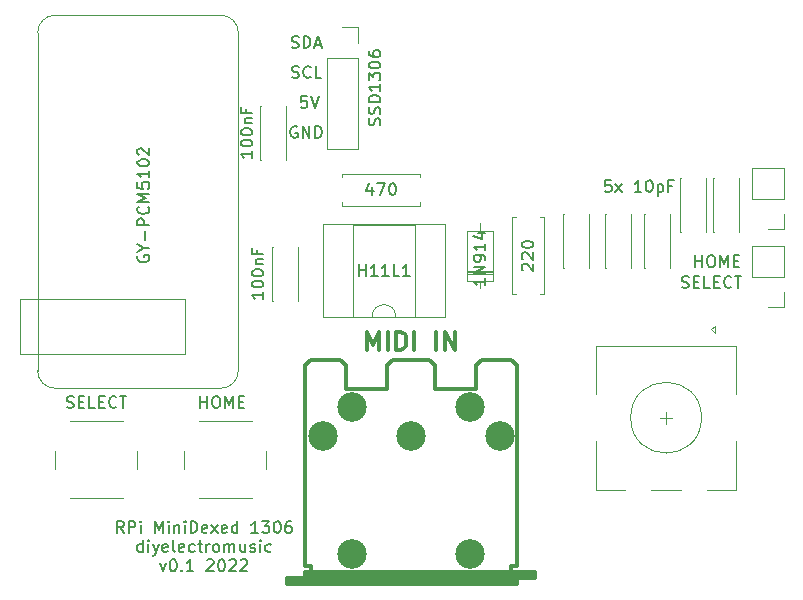
<source format=gto>
G04 #@! TF.GenerationSoftware,KiCad,Pcbnew,(6.0.5)*
G04 #@! TF.CreationDate,2022-07-27T19:44:20+01:00*
G04 #@! TF.ProjectId,RPi-MiniDexed-IOBoard,5250692d-4d69-46e6-9944-657865642d49,rev?*
G04 #@! TF.SameCoordinates,Original*
G04 #@! TF.FileFunction,Legend,Top*
G04 #@! TF.FilePolarity,Positive*
%FSLAX46Y46*%
G04 Gerber Fmt 4.6, Leading zero omitted, Abs format (unit mm)*
G04 Created by KiCad (PCBNEW (6.0.5)) date 2022-07-27 19:44:20*
%MOMM*%
%LPD*%
G01*
G04 APERTURE LIST*
%ADD10C,0.150000*%
%ADD11C,0.304800*%
%ADD12C,0.120000*%
%ADD13C,2.499360*%
G04 APERTURE END LIST*
D10*
X249435047Y-115670380D02*
X248958857Y-115670380D01*
X248911238Y-116146571D01*
X248958857Y-116098952D01*
X249054095Y-116051333D01*
X249292190Y-116051333D01*
X249387428Y-116098952D01*
X249435047Y-116146571D01*
X249482666Y-116241809D01*
X249482666Y-116479904D01*
X249435047Y-116575142D01*
X249387428Y-116622761D01*
X249292190Y-116670380D01*
X249054095Y-116670380D01*
X248958857Y-116622761D01*
X248911238Y-116575142D01*
X249816000Y-116670380D02*
X250339809Y-116003714D01*
X249816000Y-116003714D02*
X250339809Y-116670380D01*
X252006476Y-116670380D02*
X251435047Y-116670380D01*
X251720761Y-116670380D02*
X251720761Y-115670380D01*
X251625523Y-115813238D01*
X251530285Y-115908476D01*
X251435047Y-115956095D01*
X252625523Y-115670380D02*
X252720761Y-115670380D01*
X252816000Y-115718000D01*
X252863619Y-115765619D01*
X252911238Y-115860857D01*
X252958857Y-116051333D01*
X252958857Y-116289428D01*
X252911238Y-116479904D01*
X252863619Y-116575142D01*
X252816000Y-116622761D01*
X252720761Y-116670380D01*
X252625523Y-116670380D01*
X252530285Y-116622761D01*
X252482666Y-116575142D01*
X252435047Y-116479904D01*
X252387428Y-116289428D01*
X252387428Y-116051333D01*
X252435047Y-115860857D01*
X252482666Y-115765619D01*
X252530285Y-115718000D01*
X252625523Y-115670380D01*
X253387428Y-116003714D02*
X253387428Y-117003714D01*
X253387428Y-116051333D02*
X253482666Y-116003714D01*
X253673142Y-116003714D01*
X253768380Y-116051333D01*
X253816000Y-116098952D01*
X253863619Y-116194190D01*
X253863619Y-116479904D01*
X253816000Y-116575142D01*
X253768380Y-116622761D01*
X253673142Y-116670380D01*
X253482666Y-116670380D01*
X253387428Y-116622761D01*
X254625523Y-116146571D02*
X254292190Y-116146571D01*
X254292190Y-116670380D02*
X254292190Y-115670380D01*
X254768380Y-115670380D01*
X222860095Y-111146000D02*
X222764857Y-111098380D01*
X222622000Y-111098380D01*
X222479142Y-111146000D01*
X222383904Y-111241238D01*
X222336285Y-111336476D01*
X222288666Y-111526952D01*
X222288666Y-111669809D01*
X222336285Y-111860285D01*
X222383904Y-111955523D01*
X222479142Y-112050761D01*
X222622000Y-112098380D01*
X222717238Y-112098380D01*
X222860095Y-112050761D01*
X222907714Y-112003142D01*
X222907714Y-111669809D01*
X222717238Y-111669809D01*
X223336285Y-112098380D02*
X223336285Y-111098380D01*
X223907714Y-112098380D01*
X223907714Y-111098380D01*
X224383904Y-112098380D02*
X224383904Y-111098380D01*
X224622000Y-111098380D01*
X224764857Y-111146000D01*
X224860095Y-111241238D01*
X224907714Y-111336476D01*
X224955333Y-111526952D01*
X224955333Y-111669809D01*
X224907714Y-111860285D01*
X224860095Y-111955523D01*
X224764857Y-112050761D01*
X224622000Y-112098380D01*
X224383904Y-112098380D01*
X223685523Y-108558380D02*
X223209333Y-108558380D01*
X223161714Y-109034571D01*
X223209333Y-108986952D01*
X223304571Y-108939333D01*
X223542666Y-108939333D01*
X223637904Y-108986952D01*
X223685523Y-109034571D01*
X223733142Y-109129809D01*
X223733142Y-109367904D01*
X223685523Y-109463142D01*
X223637904Y-109510761D01*
X223542666Y-109558380D01*
X223304571Y-109558380D01*
X223209333Y-109510761D01*
X223161714Y-109463142D01*
X224018857Y-108558380D02*
X224352190Y-109558380D01*
X224685523Y-108558380D01*
X222431523Y-106970761D02*
X222574380Y-107018380D01*
X222812476Y-107018380D01*
X222907714Y-106970761D01*
X222955333Y-106923142D01*
X223002952Y-106827904D01*
X223002952Y-106732666D01*
X222955333Y-106637428D01*
X222907714Y-106589809D01*
X222812476Y-106542190D01*
X222622000Y-106494571D01*
X222526761Y-106446952D01*
X222479142Y-106399333D01*
X222431523Y-106304095D01*
X222431523Y-106208857D01*
X222479142Y-106113619D01*
X222526761Y-106066000D01*
X222622000Y-106018380D01*
X222860095Y-106018380D01*
X223002952Y-106066000D01*
X224002952Y-106923142D02*
X223955333Y-106970761D01*
X223812476Y-107018380D01*
X223717238Y-107018380D01*
X223574380Y-106970761D01*
X223479142Y-106875523D01*
X223431523Y-106780285D01*
X223383904Y-106589809D01*
X223383904Y-106446952D01*
X223431523Y-106256476D01*
X223479142Y-106161238D01*
X223574380Y-106066000D01*
X223717238Y-106018380D01*
X223812476Y-106018380D01*
X223955333Y-106066000D01*
X224002952Y-106113619D01*
X224907714Y-107018380D02*
X224431523Y-107018380D01*
X224431523Y-106018380D01*
X222407714Y-104430761D02*
X222550571Y-104478380D01*
X222788666Y-104478380D01*
X222883904Y-104430761D01*
X222931523Y-104383142D01*
X222979142Y-104287904D01*
X222979142Y-104192666D01*
X222931523Y-104097428D01*
X222883904Y-104049809D01*
X222788666Y-104002190D01*
X222598190Y-103954571D01*
X222502952Y-103906952D01*
X222455333Y-103859333D01*
X222407714Y-103764095D01*
X222407714Y-103668857D01*
X222455333Y-103573619D01*
X222502952Y-103526000D01*
X222598190Y-103478380D01*
X222836285Y-103478380D01*
X222979142Y-103526000D01*
X223407714Y-104478380D02*
X223407714Y-103478380D01*
X223645809Y-103478380D01*
X223788666Y-103526000D01*
X223883904Y-103621238D01*
X223931523Y-103716476D01*
X223979142Y-103906952D01*
X223979142Y-104049809D01*
X223931523Y-104240285D01*
X223883904Y-104335523D01*
X223788666Y-104430761D01*
X223645809Y-104478380D01*
X223407714Y-104478380D01*
X224360095Y-104192666D02*
X224836285Y-104192666D01*
X224264857Y-104478380D02*
X224598190Y-103478380D01*
X224931523Y-104478380D01*
X208176476Y-145540380D02*
X207843142Y-145064190D01*
X207605047Y-145540380D02*
X207605047Y-144540380D01*
X207986000Y-144540380D01*
X208081238Y-144588000D01*
X208128857Y-144635619D01*
X208176476Y-144730857D01*
X208176476Y-144873714D01*
X208128857Y-144968952D01*
X208081238Y-145016571D01*
X207986000Y-145064190D01*
X207605047Y-145064190D01*
X208605047Y-145540380D02*
X208605047Y-144540380D01*
X208986000Y-144540380D01*
X209081238Y-144588000D01*
X209128857Y-144635619D01*
X209176476Y-144730857D01*
X209176476Y-144873714D01*
X209128857Y-144968952D01*
X209081238Y-145016571D01*
X208986000Y-145064190D01*
X208605047Y-145064190D01*
X209605047Y-145540380D02*
X209605047Y-144873714D01*
X209605047Y-144540380D02*
X209557428Y-144588000D01*
X209605047Y-144635619D01*
X209652666Y-144588000D01*
X209605047Y-144540380D01*
X209605047Y-144635619D01*
X210843142Y-145540380D02*
X210843142Y-144540380D01*
X211176476Y-145254666D01*
X211509809Y-144540380D01*
X211509809Y-145540380D01*
X211986000Y-145540380D02*
X211986000Y-144873714D01*
X211986000Y-144540380D02*
X211938380Y-144588000D01*
X211986000Y-144635619D01*
X212033619Y-144588000D01*
X211986000Y-144540380D01*
X211986000Y-144635619D01*
X212462190Y-144873714D02*
X212462190Y-145540380D01*
X212462190Y-144968952D02*
X212509809Y-144921333D01*
X212605047Y-144873714D01*
X212747904Y-144873714D01*
X212843142Y-144921333D01*
X212890761Y-145016571D01*
X212890761Y-145540380D01*
X213366952Y-145540380D02*
X213366952Y-144873714D01*
X213366952Y-144540380D02*
X213319333Y-144588000D01*
X213366952Y-144635619D01*
X213414571Y-144588000D01*
X213366952Y-144540380D01*
X213366952Y-144635619D01*
X213843142Y-145540380D02*
X213843142Y-144540380D01*
X214081238Y-144540380D01*
X214224095Y-144588000D01*
X214319333Y-144683238D01*
X214366952Y-144778476D01*
X214414571Y-144968952D01*
X214414571Y-145111809D01*
X214366952Y-145302285D01*
X214319333Y-145397523D01*
X214224095Y-145492761D01*
X214081238Y-145540380D01*
X213843142Y-145540380D01*
X215224095Y-145492761D02*
X215128857Y-145540380D01*
X214938380Y-145540380D01*
X214843142Y-145492761D01*
X214795523Y-145397523D01*
X214795523Y-145016571D01*
X214843142Y-144921333D01*
X214938380Y-144873714D01*
X215128857Y-144873714D01*
X215224095Y-144921333D01*
X215271714Y-145016571D01*
X215271714Y-145111809D01*
X214795523Y-145207047D01*
X215605047Y-145540380D02*
X216128857Y-144873714D01*
X215605047Y-144873714D02*
X216128857Y-145540380D01*
X216890761Y-145492761D02*
X216795523Y-145540380D01*
X216605047Y-145540380D01*
X216509809Y-145492761D01*
X216462190Y-145397523D01*
X216462190Y-145016571D01*
X216509809Y-144921333D01*
X216605047Y-144873714D01*
X216795523Y-144873714D01*
X216890761Y-144921333D01*
X216938380Y-145016571D01*
X216938380Y-145111809D01*
X216462190Y-145207047D01*
X217795523Y-145540380D02*
X217795523Y-144540380D01*
X217795523Y-145492761D02*
X217700285Y-145540380D01*
X217509809Y-145540380D01*
X217414571Y-145492761D01*
X217366952Y-145445142D01*
X217319333Y-145349904D01*
X217319333Y-145064190D01*
X217366952Y-144968952D01*
X217414571Y-144921333D01*
X217509809Y-144873714D01*
X217700285Y-144873714D01*
X217795523Y-144921333D01*
X219557428Y-145540380D02*
X218986000Y-145540380D01*
X219271714Y-145540380D02*
X219271714Y-144540380D01*
X219176476Y-144683238D01*
X219081238Y-144778476D01*
X218986000Y-144826095D01*
X219890761Y-144540380D02*
X220509809Y-144540380D01*
X220176476Y-144921333D01*
X220319333Y-144921333D01*
X220414571Y-144968952D01*
X220462190Y-145016571D01*
X220509809Y-145111809D01*
X220509809Y-145349904D01*
X220462190Y-145445142D01*
X220414571Y-145492761D01*
X220319333Y-145540380D01*
X220033619Y-145540380D01*
X219938380Y-145492761D01*
X219890761Y-145445142D01*
X221128857Y-144540380D02*
X221224095Y-144540380D01*
X221319333Y-144588000D01*
X221366952Y-144635619D01*
X221414571Y-144730857D01*
X221462190Y-144921333D01*
X221462190Y-145159428D01*
X221414571Y-145349904D01*
X221366952Y-145445142D01*
X221319333Y-145492761D01*
X221224095Y-145540380D01*
X221128857Y-145540380D01*
X221033619Y-145492761D01*
X220986000Y-145445142D01*
X220938380Y-145349904D01*
X220890761Y-145159428D01*
X220890761Y-144921333D01*
X220938380Y-144730857D01*
X220986000Y-144635619D01*
X221033619Y-144588000D01*
X221128857Y-144540380D01*
X222319333Y-144540380D02*
X222128857Y-144540380D01*
X222033619Y-144588000D01*
X221986000Y-144635619D01*
X221890761Y-144778476D01*
X221843142Y-144968952D01*
X221843142Y-145349904D01*
X221890761Y-145445142D01*
X221938380Y-145492761D01*
X222033619Y-145540380D01*
X222224095Y-145540380D01*
X222319333Y-145492761D01*
X222366952Y-145445142D01*
X222414571Y-145349904D01*
X222414571Y-145111809D01*
X222366952Y-145016571D01*
X222319333Y-144968952D01*
X222224095Y-144921333D01*
X222033619Y-144921333D01*
X221938380Y-144968952D01*
X221890761Y-145016571D01*
X221843142Y-145111809D01*
X209795523Y-147150380D02*
X209795523Y-146150380D01*
X209795523Y-147102761D02*
X209700285Y-147150380D01*
X209509809Y-147150380D01*
X209414571Y-147102761D01*
X209366952Y-147055142D01*
X209319333Y-146959904D01*
X209319333Y-146674190D01*
X209366952Y-146578952D01*
X209414571Y-146531333D01*
X209509809Y-146483714D01*
X209700285Y-146483714D01*
X209795523Y-146531333D01*
X210271714Y-147150380D02*
X210271714Y-146483714D01*
X210271714Y-146150380D02*
X210224095Y-146198000D01*
X210271714Y-146245619D01*
X210319333Y-146198000D01*
X210271714Y-146150380D01*
X210271714Y-146245619D01*
X210652666Y-146483714D02*
X210890761Y-147150380D01*
X211128857Y-146483714D02*
X210890761Y-147150380D01*
X210795523Y-147388476D01*
X210747904Y-147436095D01*
X210652666Y-147483714D01*
X211890761Y-147102761D02*
X211795523Y-147150380D01*
X211605047Y-147150380D01*
X211509809Y-147102761D01*
X211462190Y-147007523D01*
X211462190Y-146626571D01*
X211509809Y-146531333D01*
X211605047Y-146483714D01*
X211795523Y-146483714D01*
X211890761Y-146531333D01*
X211938380Y-146626571D01*
X211938380Y-146721809D01*
X211462190Y-146817047D01*
X212509809Y-147150380D02*
X212414571Y-147102761D01*
X212366952Y-147007523D01*
X212366952Y-146150380D01*
X213271714Y-147102761D02*
X213176476Y-147150380D01*
X212986000Y-147150380D01*
X212890761Y-147102761D01*
X212843142Y-147007523D01*
X212843142Y-146626571D01*
X212890761Y-146531333D01*
X212986000Y-146483714D01*
X213176476Y-146483714D01*
X213271714Y-146531333D01*
X213319333Y-146626571D01*
X213319333Y-146721809D01*
X212843142Y-146817047D01*
X214176476Y-147102761D02*
X214081238Y-147150380D01*
X213890761Y-147150380D01*
X213795523Y-147102761D01*
X213747904Y-147055142D01*
X213700285Y-146959904D01*
X213700285Y-146674190D01*
X213747904Y-146578952D01*
X213795523Y-146531333D01*
X213890761Y-146483714D01*
X214081238Y-146483714D01*
X214176476Y-146531333D01*
X214462190Y-146483714D02*
X214843142Y-146483714D01*
X214605047Y-146150380D02*
X214605047Y-147007523D01*
X214652666Y-147102761D01*
X214747904Y-147150380D01*
X214843142Y-147150380D01*
X215176476Y-147150380D02*
X215176476Y-146483714D01*
X215176476Y-146674190D02*
X215224095Y-146578952D01*
X215271714Y-146531333D01*
X215366952Y-146483714D01*
X215462190Y-146483714D01*
X215938380Y-147150380D02*
X215843142Y-147102761D01*
X215795523Y-147055142D01*
X215747904Y-146959904D01*
X215747904Y-146674190D01*
X215795523Y-146578952D01*
X215843142Y-146531333D01*
X215938380Y-146483714D01*
X216081238Y-146483714D01*
X216176476Y-146531333D01*
X216224095Y-146578952D01*
X216271714Y-146674190D01*
X216271714Y-146959904D01*
X216224095Y-147055142D01*
X216176476Y-147102761D01*
X216081238Y-147150380D01*
X215938380Y-147150380D01*
X216700285Y-147150380D02*
X216700285Y-146483714D01*
X216700285Y-146578952D02*
X216747904Y-146531333D01*
X216843142Y-146483714D01*
X216986000Y-146483714D01*
X217081238Y-146531333D01*
X217128857Y-146626571D01*
X217128857Y-147150380D01*
X217128857Y-146626571D02*
X217176476Y-146531333D01*
X217271714Y-146483714D01*
X217414571Y-146483714D01*
X217509809Y-146531333D01*
X217557428Y-146626571D01*
X217557428Y-147150380D01*
X218462190Y-146483714D02*
X218462190Y-147150380D01*
X218033619Y-146483714D02*
X218033619Y-147007523D01*
X218081238Y-147102761D01*
X218176476Y-147150380D01*
X218319333Y-147150380D01*
X218414571Y-147102761D01*
X218462190Y-147055142D01*
X218890761Y-147102761D02*
X218986000Y-147150380D01*
X219176476Y-147150380D01*
X219271714Y-147102761D01*
X219319333Y-147007523D01*
X219319333Y-146959904D01*
X219271714Y-146864666D01*
X219176476Y-146817047D01*
X219033619Y-146817047D01*
X218938380Y-146769428D01*
X218890761Y-146674190D01*
X218890761Y-146626571D01*
X218938380Y-146531333D01*
X219033619Y-146483714D01*
X219176476Y-146483714D01*
X219271714Y-146531333D01*
X219747904Y-147150380D02*
X219747904Y-146483714D01*
X219747904Y-146150380D02*
X219700285Y-146198000D01*
X219747904Y-146245619D01*
X219795523Y-146198000D01*
X219747904Y-146150380D01*
X219747904Y-146245619D01*
X220652666Y-147102761D02*
X220557428Y-147150380D01*
X220366952Y-147150380D01*
X220271714Y-147102761D01*
X220224095Y-147055142D01*
X220176476Y-146959904D01*
X220176476Y-146674190D01*
X220224095Y-146578952D01*
X220271714Y-146531333D01*
X220366952Y-146483714D01*
X220557428Y-146483714D01*
X220652666Y-146531333D01*
X211271714Y-148093714D02*
X211509809Y-148760380D01*
X211747904Y-148093714D01*
X212319333Y-147760380D02*
X212414571Y-147760380D01*
X212509809Y-147808000D01*
X212557428Y-147855619D01*
X212605047Y-147950857D01*
X212652666Y-148141333D01*
X212652666Y-148379428D01*
X212605047Y-148569904D01*
X212557428Y-148665142D01*
X212509809Y-148712761D01*
X212414571Y-148760380D01*
X212319333Y-148760380D01*
X212224095Y-148712761D01*
X212176476Y-148665142D01*
X212128857Y-148569904D01*
X212081238Y-148379428D01*
X212081238Y-148141333D01*
X212128857Y-147950857D01*
X212176476Y-147855619D01*
X212224095Y-147808000D01*
X212319333Y-147760380D01*
X213081238Y-148665142D02*
X213128857Y-148712761D01*
X213081238Y-148760380D01*
X213033619Y-148712761D01*
X213081238Y-148665142D01*
X213081238Y-148760380D01*
X214081238Y-148760380D02*
X213509809Y-148760380D01*
X213795523Y-148760380D02*
X213795523Y-147760380D01*
X213700285Y-147903238D01*
X213605047Y-147998476D01*
X213509809Y-148046095D01*
X215224095Y-147855619D02*
X215271714Y-147808000D01*
X215366952Y-147760380D01*
X215605047Y-147760380D01*
X215700285Y-147808000D01*
X215747904Y-147855619D01*
X215795523Y-147950857D01*
X215795523Y-148046095D01*
X215747904Y-148188952D01*
X215176476Y-148760380D01*
X215795523Y-148760380D01*
X216414571Y-147760380D02*
X216509809Y-147760380D01*
X216605047Y-147808000D01*
X216652666Y-147855619D01*
X216700285Y-147950857D01*
X216747904Y-148141333D01*
X216747904Y-148379428D01*
X216700285Y-148569904D01*
X216652666Y-148665142D01*
X216605047Y-148712761D01*
X216509809Y-148760380D01*
X216414571Y-148760380D01*
X216319333Y-148712761D01*
X216271714Y-148665142D01*
X216224095Y-148569904D01*
X216176476Y-148379428D01*
X216176476Y-148141333D01*
X216224095Y-147950857D01*
X216271714Y-147855619D01*
X216319333Y-147808000D01*
X216414571Y-147760380D01*
X217128857Y-147855619D02*
X217176476Y-147808000D01*
X217271714Y-147760380D01*
X217509809Y-147760380D01*
X217605047Y-147808000D01*
X217652666Y-147855619D01*
X217700285Y-147950857D01*
X217700285Y-148046095D01*
X217652666Y-148188952D01*
X217081238Y-148760380D01*
X217700285Y-148760380D01*
X218081238Y-147855619D02*
X218128857Y-147808000D01*
X218224095Y-147760380D01*
X218462190Y-147760380D01*
X218557428Y-147808000D01*
X218605047Y-147855619D01*
X218652666Y-147950857D01*
X218652666Y-148046095D01*
X218605047Y-148188952D01*
X218033619Y-148760380D01*
X218652666Y-148760380D01*
X209386000Y-122049904D02*
X209338380Y-122145142D01*
X209338380Y-122288000D01*
X209386000Y-122430857D01*
X209481238Y-122526095D01*
X209576476Y-122573714D01*
X209766952Y-122621333D01*
X209909809Y-122621333D01*
X210100285Y-122573714D01*
X210195523Y-122526095D01*
X210290761Y-122430857D01*
X210338380Y-122288000D01*
X210338380Y-122192761D01*
X210290761Y-122049904D01*
X210243142Y-122002285D01*
X209909809Y-122002285D01*
X209909809Y-122192761D01*
X209862190Y-121383238D02*
X210338380Y-121383238D01*
X209338380Y-121716571D02*
X209862190Y-121383238D01*
X209338380Y-121049904D01*
X209957428Y-120716571D02*
X209957428Y-119954666D01*
X210338380Y-119478476D02*
X209338380Y-119478476D01*
X209338380Y-119097523D01*
X209386000Y-119002285D01*
X209433619Y-118954666D01*
X209528857Y-118907047D01*
X209671714Y-118907047D01*
X209766952Y-118954666D01*
X209814571Y-119002285D01*
X209862190Y-119097523D01*
X209862190Y-119478476D01*
X210243142Y-117907047D02*
X210290761Y-117954666D01*
X210338380Y-118097523D01*
X210338380Y-118192761D01*
X210290761Y-118335619D01*
X210195523Y-118430857D01*
X210100285Y-118478476D01*
X209909809Y-118526095D01*
X209766952Y-118526095D01*
X209576476Y-118478476D01*
X209481238Y-118430857D01*
X209386000Y-118335619D01*
X209338380Y-118192761D01*
X209338380Y-118097523D01*
X209386000Y-117954666D01*
X209433619Y-117907047D01*
X210338380Y-117478476D02*
X209338380Y-117478476D01*
X210052666Y-117145142D01*
X209338380Y-116811809D01*
X210338380Y-116811809D01*
X209338380Y-115859428D02*
X209338380Y-116335619D01*
X209814571Y-116383238D01*
X209766952Y-116335619D01*
X209719333Y-116240380D01*
X209719333Y-116002285D01*
X209766952Y-115907047D01*
X209814571Y-115859428D01*
X209909809Y-115811809D01*
X210147904Y-115811809D01*
X210243142Y-115859428D01*
X210290761Y-115907047D01*
X210338380Y-116002285D01*
X210338380Y-116240380D01*
X210290761Y-116335619D01*
X210243142Y-116383238D01*
X210338380Y-114859428D02*
X210338380Y-115430857D01*
X210338380Y-115145142D02*
X209338380Y-115145142D01*
X209481238Y-115240380D01*
X209576476Y-115335619D01*
X209624095Y-115430857D01*
X209338380Y-114240380D02*
X209338380Y-114145142D01*
X209386000Y-114049904D01*
X209433619Y-114002285D01*
X209528857Y-113954666D01*
X209719333Y-113907047D01*
X209957428Y-113907047D01*
X210147904Y-113954666D01*
X210243142Y-114002285D01*
X210290761Y-114049904D01*
X210338380Y-114145142D01*
X210338380Y-114240380D01*
X210290761Y-114335619D01*
X210243142Y-114383238D01*
X210147904Y-114430857D01*
X209957428Y-114478476D01*
X209719333Y-114478476D01*
X209528857Y-114430857D01*
X209433619Y-114383238D01*
X209386000Y-114335619D01*
X209338380Y-114240380D01*
X209433619Y-113526095D02*
X209386000Y-113478476D01*
X209338380Y-113383238D01*
X209338380Y-113145142D01*
X209386000Y-113049904D01*
X209433619Y-113002285D01*
X209528857Y-112954666D01*
X209624095Y-112954666D01*
X209766952Y-113002285D01*
X210338380Y-113573714D01*
X210338380Y-112954666D01*
X214676666Y-134958380D02*
X214676666Y-133958380D01*
X214676666Y-134434571D02*
X215248095Y-134434571D01*
X215248095Y-134958380D02*
X215248095Y-133958380D01*
X215914761Y-133958380D02*
X216105238Y-133958380D01*
X216200476Y-134006000D01*
X216295714Y-134101238D01*
X216343333Y-134291714D01*
X216343333Y-134625047D01*
X216295714Y-134815523D01*
X216200476Y-134910761D01*
X216105238Y-134958380D01*
X215914761Y-134958380D01*
X215819523Y-134910761D01*
X215724285Y-134815523D01*
X215676666Y-134625047D01*
X215676666Y-134291714D01*
X215724285Y-134101238D01*
X215819523Y-134006000D01*
X215914761Y-133958380D01*
X216771904Y-134958380D02*
X216771904Y-133958380D01*
X217105238Y-134672666D01*
X217438571Y-133958380D01*
X217438571Y-134958380D01*
X217914761Y-134434571D02*
X218248095Y-134434571D01*
X218390952Y-134958380D02*
X217914761Y-134958380D01*
X217914761Y-133958380D01*
X218390952Y-133958380D01*
X203365809Y-134910761D02*
X203508666Y-134958380D01*
X203746761Y-134958380D01*
X203842000Y-134910761D01*
X203889619Y-134863142D01*
X203937238Y-134767904D01*
X203937238Y-134672666D01*
X203889619Y-134577428D01*
X203842000Y-134529809D01*
X203746761Y-134482190D01*
X203556285Y-134434571D01*
X203461047Y-134386952D01*
X203413428Y-134339333D01*
X203365809Y-134244095D01*
X203365809Y-134148857D01*
X203413428Y-134053619D01*
X203461047Y-134006000D01*
X203556285Y-133958380D01*
X203794380Y-133958380D01*
X203937238Y-134006000D01*
X204365809Y-134434571D02*
X204699142Y-134434571D01*
X204842000Y-134958380D02*
X204365809Y-134958380D01*
X204365809Y-133958380D01*
X204842000Y-133958380D01*
X205746761Y-134958380D02*
X205270571Y-134958380D01*
X205270571Y-133958380D01*
X206080095Y-134434571D02*
X206413428Y-134434571D01*
X206556285Y-134958380D02*
X206080095Y-134958380D01*
X206080095Y-133958380D01*
X206556285Y-133958380D01*
X207556285Y-134863142D02*
X207508666Y-134910761D01*
X207365809Y-134958380D01*
X207270571Y-134958380D01*
X207127714Y-134910761D01*
X207032476Y-134815523D01*
X206984857Y-134720285D01*
X206937238Y-134529809D01*
X206937238Y-134386952D01*
X206984857Y-134196476D01*
X207032476Y-134101238D01*
X207127714Y-134006000D01*
X207270571Y-133958380D01*
X207365809Y-133958380D01*
X207508666Y-134006000D01*
X207556285Y-134053619D01*
X207842000Y-133958380D02*
X208413428Y-133958380D01*
X208127714Y-134958380D02*
X208127714Y-133958380D01*
X256586666Y-123025380D02*
X256586666Y-122025380D01*
X256586666Y-122501571D02*
X257158095Y-122501571D01*
X257158095Y-123025380D02*
X257158095Y-122025380D01*
X257824761Y-122025380D02*
X258015238Y-122025380D01*
X258110476Y-122073000D01*
X258205714Y-122168238D01*
X258253333Y-122358714D01*
X258253333Y-122692047D01*
X258205714Y-122882523D01*
X258110476Y-122977761D01*
X258015238Y-123025380D01*
X257824761Y-123025380D01*
X257729523Y-122977761D01*
X257634285Y-122882523D01*
X257586666Y-122692047D01*
X257586666Y-122358714D01*
X257634285Y-122168238D01*
X257729523Y-122073000D01*
X257824761Y-122025380D01*
X258681904Y-123025380D02*
X258681904Y-122025380D01*
X259015238Y-122739666D01*
X259348571Y-122025380D01*
X259348571Y-123025380D01*
X259824761Y-122501571D02*
X260158095Y-122501571D01*
X260300952Y-123025380D02*
X259824761Y-123025380D01*
X259824761Y-122025380D01*
X260300952Y-122025380D01*
X255435809Y-124750761D02*
X255578666Y-124798380D01*
X255816761Y-124798380D01*
X255912000Y-124750761D01*
X255959619Y-124703142D01*
X256007238Y-124607904D01*
X256007238Y-124512666D01*
X255959619Y-124417428D01*
X255912000Y-124369809D01*
X255816761Y-124322190D01*
X255626285Y-124274571D01*
X255531047Y-124226952D01*
X255483428Y-124179333D01*
X255435809Y-124084095D01*
X255435809Y-123988857D01*
X255483428Y-123893619D01*
X255531047Y-123846000D01*
X255626285Y-123798380D01*
X255864380Y-123798380D01*
X256007238Y-123846000D01*
X256435809Y-124274571D02*
X256769142Y-124274571D01*
X256912000Y-124798380D02*
X256435809Y-124798380D01*
X256435809Y-123798380D01*
X256912000Y-123798380D01*
X257816761Y-124798380D02*
X257340571Y-124798380D01*
X257340571Y-123798380D01*
X258150095Y-124274571D02*
X258483428Y-124274571D01*
X258626285Y-124798380D02*
X258150095Y-124798380D01*
X258150095Y-123798380D01*
X258626285Y-123798380D01*
X259626285Y-124703142D02*
X259578666Y-124750761D01*
X259435809Y-124798380D01*
X259340571Y-124798380D01*
X259197714Y-124750761D01*
X259102476Y-124655523D01*
X259054857Y-124560285D01*
X259007238Y-124369809D01*
X259007238Y-124226952D01*
X259054857Y-124036476D01*
X259102476Y-123941238D01*
X259197714Y-123846000D01*
X259340571Y-123798380D01*
X259435809Y-123798380D01*
X259578666Y-123846000D01*
X259626285Y-123893619D01*
X259912000Y-123798380D02*
X260483428Y-123798380D01*
X260197714Y-124798380D02*
X260197714Y-123798380D01*
X229210095Y-116257714D02*
X229210095Y-116924380D01*
X228972000Y-115876761D02*
X228733904Y-116591047D01*
X229352952Y-116591047D01*
X229638666Y-115924380D02*
X230305333Y-115924380D01*
X229876761Y-116924380D01*
X230876761Y-115924380D02*
X230972000Y-115924380D01*
X231067238Y-115972000D01*
X231114857Y-116019619D01*
X231162476Y-116114857D01*
X231210095Y-116305333D01*
X231210095Y-116543428D01*
X231162476Y-116733904D01*
X231114857Y-116829142D01*
X231067238Y-116876761D01*
X230972000Y-116924380D01*
X230876761Y-116924380D01*
X230781523Y-116876761D01*
X230733904Y-116829142D01*
X230686285Y-116733904D01*
X230638666Y-116543428D01*
X230638666Y-116305333D01*
X230686285Y-116114857D01*
X230733904Y-116019619D01*
X230781523Y-115972000D01*
X230876761Y-115924380D01*
X220010380Y-125131619D02*
X220010380Y-125703047D01*
X220010380Y-125417333D02*
X219010380Y-125417333D01*
X219153238Y-125512571D01*
X219248476Y-125607809D01*
X219296095Y-125703047D01*
X219010380Y-124512571D02*
X219010380Y-124417333D01*
X219058000Y-124322095D01*
X219105619Y-124274476D01*
X219200857Y-124226857D01*
X219391333Y-124179238D01*
X219629428Y-124179238D01*
X219819904Y-124226857D01*
X219915142Y-124274476D01*
X219962761Y-124322095D01*
X220010380Y-124417333D01*
X220010380Y-124512571D01*
X219962761Y-124607809D01*
X219915142Y-124655428D01*
X219819904Y-124703047D01*
X219629428Y-124750666D01*
X219391333Y-124750666D01*
X219200857Y-124703047D01*
X219105619Y-124655428D01*
X219058000Y-124607809D01*
X219010380Y-124512571D01*
X219010380Y-123560190D02*
X219010380Y-123464952D01*
X219058000Y-123369714D01*
X219105619Y-123322095D01*
X219200857Y-123274476D01*
X219391333Y-123226857D01*
X219629428Y-123226857D01*
X219819904Y-123274476D01*
X219915142Y-123322095D01*
X219962761Y-123369714D01*
X220010380Y-123464952D01*
X220010380Y-123560190D01*
X219962761Y-123655428D01*
X219915142Y-123703047D01*
X219819904Y-123750666D01*
X219629428Y-123798285D01*
X219391333Y-123798285D01*
X219200857Y-123750666D01*
X219105619Y-123703047D01*
X219058000Y-123655428D01*
X219010380Y-123560190D01*
X219343714Y-122798285D02*
X220010380Y-122798285D01*
X219438952Y-122798285D02*
X219391333Y-122750666D01*
X219343714Y-122655428D01*
X219343714Y-122512571D01*
X219391333Y-122417333D01*
X219486571Y-122369714D01*
X220010380Y-122369714D01*
X219486571Y-121560190D02*
X219486571Y-121893523D01*
X220010380Y-121893523D02*
X219010380Y-121893523D01*
X219010380Y-121417333D01*
X238806380Y-123980666D02*
X238806380Y-124552095D01*
X238806380Y-124266380D02*
X237806380Y-124266380D01*
X237949238Y-124361619D01*
X238044476Y-124456857D01*
X238092095Y-124552095D01*
X238806380Y-123552095D02*
X237806380Y-123552095D01*
X238806380Y-122980666D01*
X237806380Y-122980666D01*
X238806380Y-122456857D02*
X238806380Y-122266380D01*
X238758761Y-122171142D01*
X238711142Y-122123523D01*
X238568285Y-122028285D01*
X238377809Y-121980666D01*
X237996857Y-121980666D01*
X237901619Y-122028285D01*
X237854000Y-122075904D01*
X237806380Y-122171142D01*
X237806380Y-122361619D01*
X237854000Y-122456857D01*
X237901619Y-122504476D01*
X237996857Y-122552095D01*
X238234952Y-122552095D01*
X238330190Y-122504476D01*
X238377809Y-122456857D01*
X238425428Y-122361619D01*
X238425428Y-122171142D01*
X238377809Y-122075904D01*
X238330190Y-122028285D01*
X238234952Y-121980666D01*
X238806380Y-121028285D02*
X238806380Y-121599714D01*
X238806380Y-121314000D02*
X237806380Y-121314000D01*
X237949238Y-121409238D01*
X238044476Y-121504476D01*
X238092095Y-121599714D01*
X238139714Y-120171142D02*
X238806380Y-120171142D01*
X237758761Y-120409238D02*
X238473047Y-120647333D01*
X238473047Y-120028285D01*
X241965619Y-123298095D02*
X241918000Y-123250476D01*
X241870380Y-123155238D01*
X241870380Y-122917142D01*
X241918000Y-122821904D01*
X241965619Y-122774285D01*
X242060857Y-122726666D01*
X242156095Y-122726666D01*
X242298952Y-122774285D01*
X242870380Y-123345714D01*
X242870380Y-122726666D01*
X241965619Y-122345714D02*
X241918000Y-122298095D01*
X241870380Y-122202857D01*
X241870380Y-121964761D01*
X241918000Y-121869523D01*
X241965619Y-121821904D01*
X242060857Y-121774285D01*
X242156095Y-121774285D01*
X242298952Y-121821904D01*
X242870380Y-122393333D01*
X242870380Y-121774285D01*
X241870380Y-121155238D02*
X241870380Y-121060000D01*
X241918000Y-120964761D01*
X241965619Y-120917142D01*
X242060857Y-120869523D01*
X242251333Y-120821904D01*
X242489428Y-120821904D01*
X242679904Y-120869523D01*
X242775142Y-120917142D01*
X242822761Y-120964761D01*
X242870380Y-121060000D01*
X242870380Y-121155238D01*
X242822761Y-121250476D01*
X242775142Y-121298095D01*
X242679904Y-121345714D01*
X242489428Y-121393333D01*
X242251333Y-121393333D01*
X242060857Y-121345714D01*
X241965619Y-121298095D01*
X241918000Y-121250476D01*
X241870380Y-121155238D01*
D11*
X228774571Y-130036688D02*
X228774571Y-128512688D01*
X229282571Y-129601260D01*
X229790571Y-128512688D01*
X229790571Y-130036688D01*
X230516285Y-130036688D02*
X230516285Y-128512688D01*
X231242000Y-130036688D02*
X231242000Y-128512688D01*
X231604857Y-128512688D01*
X231822571Y-128585260D01*
X231967714Y-128730402D01*
X232040285Y-128875545D01*
X232112857Y-129165831D01*
X232112857Y-129383545D01*
X232040285Y-129673831D01*
X231967714Y-129818974D01*
X231822571Y-129964117D01*
X231604857Y-130036688D01*
X231242000Y-130036688D01*
X232766000Y-130036688D02*
X232766000Y-128512688D01*
X234652857Y-130036688D02*
X234652857Y-128512688D01*
X235378571Y-130036688D02*
X235378571Y-128512688D01*
X236249428Y-130036688D01*
X236249428Y-128512688D01*
D10*
X228096952Y-123782380D02*
X228096952Y-122782380D01*
X228096952Y-123258571D02*
X228668380Y-123258571D01*
X228668380Y-123782380D02*
X228668380Y-122782380D01*
X229668380Y-123782380D02*
X229096952Y-123782380D01*
X229382666Y-123782380D02*
X229382666Y-122782380D01*
X229287428Y-122925238D01*
X229192190Y-123020476D01*
X229096952Y-123068095D01*
X230620761Y-123782380D02*
X230049333Y-123782380D01*
X230335047Y-123782380D02*
X230335047Y-122782380D01*
X230239809Y-122925238D01*
X230144571Y-123020476D01*
X230049333Y-123068095D01*
X231525523Y-123782380D02*
X231049333Y-123782380D01*
X231049333Y-122782380D01*
X232382666Y-123782380D02*
X231811238Y-123782380D01*
X232096952Y-123782380D02*
X232096952Y-122782380D01*
X232001714Y-122925238D01*
X231906476Y-123020476D01*
X231811238Y-123068095D01*
X219080380Y-113193619D02*
X219080380Y-113765047D01*
X219080380Y-113479333D02*
X218080380Y-113479333D01*
X218223238Y-113574571D01*
X218318476Y-113669809D01*
X218366095Y-113765047D01*
X218080380Y-112574571D02*
X218080380Y-112479333D01*
X218128000Y-112384095D01*
X218175619Y-112336476D01*
X218270857Y-112288857D01*
X218461333Y-112241238D01*
X218699428Y-112241238D01*
X218889904Y-112288857D01*
X218985142Y-112336476D01*
X219032761Y-112384095D01*
X219080380Y-112479333D01*
X219080380Y-112574571D01*
X219032761Y-112669809D01*
X218985142Y-112717428D01*
X218889904Y-112765047D01*
X218699428Y-112812666D01*
X218461333Y-112812666D01*
X218270857Y-112765047D01*
X218175619Y-112717428D01*
X218128000Y-112669809D01*
X218080380Y-112574571D01*
X218080380Y-111622190D02*
X218080380Y-111526952D01*
X218128000Y-111431714D01*
X218175619Y-111384095D01*
X218270857Y-111336476D01*
X218461333Y-111288857D01*
X218699428Y-111288857D01*
X218889904Y-111336476D01*
X218985142Y-111384095D01*
X219032761Y-111431714D01*
X219080380Y-111526952D01*
X219080380Y-111622190D01*
X219032761Y-111717428D01*
X218985142Y-111765047D01*
X218889904Y-111812666D01*
X218699428Y-111860285D01*
X218461333Y-111860285D01*
X218270857Y-111812666D01*
X218175619Y-111765047D01*
X218128000Y-111717428D01*
X218080380Y-111622190D01*
X218413714Y-110860285D02*
X219080380Y-110860285D01*
X218508952Y-110860285D02*
X218461333Y-110812666D01*
X218413714Y-110717428D01*
X218413714Y-110574571D01*
X218461333Y-110479333D01*
X218556571Y-110431714D01*
X219080380Y-110431714D01*
X218556571Y-109622190D02*
X218556571Y-109955523D01*
X219080380Y-109955523D02*
X218080380Y-109955523D01*
X218080380Y-109479333D01*
X229868761Y-111002666D02*
X229916380Y-110859809D01*
X229916380Y-110621714D01*
X229868761Y-110526476D01*
X229821142Y-110478857D01*
X229725904Y-110431238D01*
X229630666Y-110431238D01*
X229535428Y-110478857D01*
X229487809Y-110526476D01*
X229440190Y-110621714D01*
X229392571Y-110812190D01*
X229344952Y-110907428D01*
X229297333Y-110955047D01*
X229202095Y-111002666D01*
X229106857Y-111002666D01*
X229011619Y-110955047D01*
X228964000Y-110907428D01*
X228916380Y-110812190D01*
X228916380Y-110574095D01*
X228964000Y-110431238D01*
X229868761Y-110050285D02*
X229916380Y-109907428D01*
X229916380Y-109669333D01*
X229868761Y-109574095D01*
X229821142Y-109526476D01*
X229725904Y-109478857D01*
X229630666Y-109478857D01*
X229535428Y-109526476D01*
X229487809Y-109574095D01*
X229440190Y-109669333D01*
X229392571Y-109859809D01*
X229344952Y-109955047D01*
X229297333Y-110002666D01*
X229202095Y-110050285D01*
X229106857Y-110050285D01*
X229011619Y-110002666D01*
X228964000Y-109955047D01*
X228916380Y-109859809D01*
X228916380Y-109621714D01*
X228964000Y-109478857D01*
X229916380Y-109050285D02*
X228916380Y-109050285D01*
X228916380Y-108812190D01*
X228964000Y-108669333D01*
X229059238Y-108574095D01*
X229154476Y-108526476D01*
X229344952Y-108478857D01*
X229487809Y-108478857D01*
X229678285Y-108526476D01*
X229773523Y-108574095D01*
X229868761Y-108669333D01*
X229916380Y-108812190D01*
X229916380Y-109050285D01*
X229916380Y-107526476D02*
X229916380Y-108097904D01*
X229916380Y-107812190D02*
X228916380Y-107812190D01*
X229059238Y-107907428D01*
X229154476Y-108002666D01*
X229202095Y-108097904D01*
X228916380Y-107193142D02*
X228916380Y-106574095D01*
X229297333Y-106907428D01*
X229297333Y-106764571D01*
X229344952Y-106669333D01*
X229392571Y-106621714D01*
X229487809Y-106574095D01*
X229725904Y-106574095D01*
X229821142Y-106621714D01*
X229868761Y-106669333D01*
X229916380Y-106764571D01*
X229916380Y-107050285D01*
X229868761Y-107145523D01*
X229821142Y-107193142D01*
X228916380Y-105955047D02*
X228916380Y-105859809D01*
X228964000Y-105764571D01*
X229011619Y-105716952D01*
X229106857Y-105669333D01*
X229297333Y-105621714D01*
X229535428Y-105621714D01*
X229725904Y-105669333D01*
X229821142Y-105716952D01*
X229868761Y-105764571D01*
X229916380Y-105859809D01*
X229916380Y-105955047D01*
X229868761Y-106050285D01*
X229821142Y-106097904D01*
X229725904Y-106145523D01*
X229535428Y-106193142D01*
X229297333Y-106193142D01*
X229106857Y-106145523D01*
X229011619Y-106097904D01*
X228964000Y-106050285D01*
X228916380Y-105955047D01*
X228916380Y-104764571D02*
X228916380Y-104955047D01*
X228964000Y-105050285D01*
X229011619Y-105097904D01*
X229154476Y-105193142D01*
X229344952Y-105240761D01*
X229725904Y-105240761D01*
X229821142Y-105193142D01*
X229868761Y-105145523D01*
X229916380Y-105050285D01*
X229916380Y-104859809D01*
X229868761Y-104764571D01*
X229821142Y-104716952D01*
X229725904Y-104669333D01*
X229487809Y-104669333D01*
X229392571Y-104716952D01*
X229344952Y-104764571D01*
X229297333Y-104859809D01*
X229297333Y-105050285D01*
X229344952Y-105145523D01*
X229392571Y-105193142D01*
X229487809Y-105240761D01*
D12*
X213386000Y-130388000D02*
X199386000Y-130388000D01*
X213386000Y-125688000D02*
X213386000Y-130388000D01*
X199386000Y-125688000D02*
X213386000Y-125688000D01*
X199386000Y-130388000D02*
X199386000Y-125688000D01*
X202386000Y-133288000D02*
X216386000Y-133288000D01*
X200886000Y-103188000D02*
X200886000Y-131788000D01*
X216386000Y-101688000D02*
X202386000Y-101688000D01*
X217886000Y-131788000D02*
X217886000Y-103188000D01*
X216386000Y-133288000D02*
G75*
G03*
X217886000Y-131788000I0J1500000D01*
G01*
X200886000Y-131788000D02*
G75*
G03*
X202386000Y-133288000I1500000J0D01*
G01*
X202386000Y-101688000D02*
G75*
G03*
X200886000Y-103188000I0J-1500000D01*
G01*
X217886000Y-103188000D02*
G75*
G03*
X216386000Y-101688000I-1500000J0D01*
G01*
X220264000Y-140082000D02*
X220264000Y-138582000D01*
X219014000Y-136082000D02*
X214514000Y-136082000D01*
X213264000Y-138582000D02*
X213264000Y-140082000D01*
X214514000Y-142582000D02*
X219014000Y-142582000D01*
X209342000Y-140082000D02*
X209342000Y-138582000D01*
X208092000Y-136082000D02*
X203592000Y-136082000D01*
X202342000Y-138582000D02*
X202342000Y-140082000D01*
X203592000Y-142582000D02*
X208092000Y-142582000D01*
X264068000Y-118509000D02*
X264068000Y-119839000D01*
X264068000Y-114639000D02*
X261408000Y-114639000D01*
X264068000Y-117239000D02*
X264068000Y-114639000D01*
X264068000Y-117239000D02*
X261408000Y-117239000D01*
X264068000Y-119839000D02*
X262738000Y-119839000D01*
X261408000Y-117239000D02*
X261408000Y-114639000D01*
X261408000Y-123843000D02*
X261408000Y-121243000D01*
X264068000Y-126443000D02*
X262738000Y-126443000D01*
X264068000Y-123843000D02*
X261408000Y-123843000D01*
X264068000Y-123843000D02*
X264068000Y-121243000D01*
X264068000Y-121243000D02*
X261408000Y-121243000D01*
X264068000Y-125113000D02*
X264068000Y-126443000D01*
X258112000Y-115472000D02*
X258112000Y-120012000D01*
X260252000Y-115472000D02*
X260252000Y-120012000D01*
X258127000Y-120012000D02*
X258112000Y-120012000D01*
X260252000Y-115472000D02*
X260237000Y-115472000D01*
X260252000Y-120012000D02*
X260237000Y-120012000D01*
X258127000Y-115472000D02*
X258112000Y-115472000D01*
X255318000Y-115472000D02*
X255318000Y-120012000D01*
X257458000Y-115472000D02*
X257458000Y-120012000D01*
X255333000Y-120012000D02*
X255318000Y-120012000D01*
X257458000Y-115472000D02*
X257443000Y-115472000D01*
X257458000Y-120012000D02*
X257443000Y-120012000D01*
X255333000Y-115472000D02*
X255318000Y-115472000D01*
X252270000Y-118520000D02*
X252285000Y-118520000D01*
X252270000Y-123060000D02*
X252270000Y-118520000D01*
X254410000Y-123060000D02*
X254410000Y-118520000D01*
X254395000Y-123060000D02*
X254410000Y-123060000D01*
X252270000Y-123060000D02*
X252285000Y-123060000D01*
X254395000Y-118520000D02*
X254410000Y-118520000D01*
X254102000Y-135272000D02*
X254102000Y-136272000D01*
X257902000Y-128272000D02*
X258202000Y-127972000D01*
X248202000Y-133772000D02*
X248202000Y-129672000D01*
X255402000Y-141872000D02*
X252802000Y-141872000D01*
X254602000Y-135772000D02*
X253602000Y-135772000D01*
X260002000Y-137772000D02*
X260002000Y-141872000D01*
X260002000Y-141872000D02*
X257602000Y-141872000D01*
X260002000Y-129672000D02*
X248202000Y-129672000D01*
X258202000Y-128572000D02*
X257902000Y-128272000D01*
X258202000Y-127972000D02*
X258202000Y-128572000D01*
X260002000Y-133772000D02*
X260002000Y-129672000D01*
X250602000Y-141872000D02*
X248202000Y-141872000D01*
X248202000Y-141872000D02*
X248202000Y-137772000D01*
X257102000Y-135772000D02*
G75*
G03*
X257102000Y-135772000I-3000000J0D01*
G01*
X233242000Y-117842000D02*
X226702000Y-117842000D01*
X226702000Y-117842000D02*
X226702000Y-117512000D01*
X233242000Y-115432000D02*
X233242000Y-115102000D01*
X233242000Y-115102000D02*
X226702000Y-115102000D01*
X226702000Y-115102000D02*
X226702000Y-115432000D01*
X233242000Y-117512000D02*
X233242000Y-117842000D01*
X220774000Y-121314000D02*
X220789000Y-121314000D01*
X222899000Y-121314000D02*
X222914000Y-121314000D01*
X220774000Y-125854000D02*
X220789000Y-125854000D01*
X222914000Y-125854000D02*
X222914000Y-121314000D01*
X222899000Y-125854000D02*
X222914000Y-125854000D01*
X220774000Y-125854000D02*
X220774000Y-121314000D01*
X238354000Y-124830000D02*
X238354000Y-124180000D01*
X237234000Y-119940000D02*
X237234000Y-124180000D01*
X237234000Y-123340000D02*
X239474000Y-123340000D01*
X239474000Y-124180000D02*
X239474000Y-119940000D01*
X239474000Y-119940000D02*
X237234000Y-119940000D01*
X237234000Y-123580000D02*
X239474000Y-123580000D01*
X237234000Y-124180000D02*
X239474000Y-124180000D01*
X238354000Y-119290000D02*
X238354000Y-119940000D01*
X237234000Y-123460000D02*
X239474000Y-123460000D01*
X243788000Y-125330000D02*
X243788000Y-118790000D01*
X243788000Y-118790000D02*
X243458000Y-118790000D01*
X241048000Y-125330000D02*
X241048000Y-118790000D01*
X241378000Y-125330000D02*
X241048000Y-125330000D01*
X243458000Y-125330000D02*
X243788000Y-125330000D01*
X241048000Y-118790000D02*
X241378000Y-118790000D01*
X245412000Y-118520000D02*
X245427000Y-118520000D01*
X247537000Y-123060000D02*
X247552000Y-123060000D01*
X245412000Y-123060000D02*
X245412000Y-118520000D01*
X247537000Y-118520000D02*
X247552000Y-118520000D01*
X245412000Y-123060000D02*
X245427000Y-123060000D01*
X247552000Y-123060000D02*
X247552000Y-118520000D01*
D11*
X230513020Y-131348780D02*
X230513020Y-133347760D01*
X234510980Y-131348780D02*
X234510980Y-133347760D01*
X226512520Y-130848400D02*
X227012900Y-131348780D01*
X243012360Y-148846840D02*
X243012360Y-149347220D01*
X223512780Y-149347220D02*
X223512780Y-148846840D01*
X241511220Y-149347220D02*
X241511220Y-149847600D01*
X241010840Y-148846840D02*
X241010840Y-148349000D01*
X241010840Y-130848400D02*
X239011860Y-130848400D01*
X224013160Y-148349000D02*
X224013160Y-148846840D01*
X238011100Y-131348780D02*
X238011100Y-133347760D01*
X227012900Y-131348780D02*
X227012900Y-133347760D01*
X223512780Y-131348780D02*
X223512780Y-148349000D01*
X223512780Y-148349000D02*
X224013160Y-148349000D01*
X238011100Y-133347760D02*
X234510980Y-133347760D01*
X241511220Y-148349000D02*
X241010840Y-148349000D01*
X231010860Y-130848400D02*
X234013140Y-130848400D01*
X241511220Y-149347220D02*
X223512780Y-149347220D01*
X241511220Y-131348780D02*
X241010840Y-130848400D01*
X238511480Y-130848400D02*
X238011100Y-131348780D01*
X222011640Y-149598680D02*
X241511220Y-149598680D01*
X223512780Y-131348780D02*
X224013160Y-130848400D01*
X241511220Y-149847600D02*
X222011640Y-149847600D01*
X231010860Y-130848400D02*
X230513020Y-131348780D01*
X224013160Y-130848400D02*
X226512520Y-130848400D01*
X223512780Y-148846840D02*
X243012360Y-148846840D01*
X222011640Y-149847600D02*
X222011640Y-149347220D01*
X227012900Y-133347760D02*
X230513020Y-133347760D01*
X239011860Y-130848400D02*
X238511480Y-130848400D01*
X241511220Y-131348780D02*
X241511220Y-148349000D01*
X223512780Y-149098300D02*
X243012360Y-149098300D01*
X222011640Y-149347220D02*
X223512780Y-149347220D01*
X243012360Y-149347220D02*
X241511220Y-149347220D01*
X234013140Y-130848400D02*
X234510980Y-131348780D01*
D12*
X235356000Y-119410000D02*
X225076000Y-119410000D01*
X235356000Y-127270000D02*
X235356000Y-119410000D01*
X232866000Y-119470000D02*
X227566000Y-119470000D01*
X225076000Y-119410000D02*
X225076000Y-127270000D01*
X231216000Y-127210000D02*
X232866000Y-127210000D01*
X225076000Y-127270000D02*
X235356000Y-127270000D01*
X232866000Y-127210000D02*
X232866000Y-119470000D01*
X227566000Y-127210000D02*
X229216000Y-127210000D01*
X227566000Y-119470000D02*
X227566000Y-127210000D01*
X231216000Y-127210000D02*
G75*
G03*
X229216000Y-127210000I-1000000J0D01*
G01*
X221898000Y-109376000D02*
X221883000Y-109376000D01*
X221898000Y-109376000D02*
X221898000Y-113916000D01*
X219758000Y-109376000D02*
X219758000Y-113916000D01*
X219773000Y-109376000D02*
X219758000Y-109376000D01*
X219773000Y-113916000D02*
X219758000Y-113916000D01*
X221898000Y-113916000D02*
X221883000Y-113916000D01*
X228025000Y-105306000D02*
X228025000Y-112986000D01*
X228025000Y-102706000D02*
X228025000Y-104036000D01*
X225365000Y-105306000D02*
X225365000Y-112986000D01*
X226695000Y-102706000D02*
X228025000Y-102706000D01*
X225365000Y-105306000D02*
X228025000Y-105306000D01*
X225365000Y-112986000D02*
X228025000Y-112986000D01*
X248968000Y-118520000D02*
X248983000Y-118520000D01*
X248968000Y-123060000D02*
X248983000Y-123060000D01*
X251093000Y-123060000D02*
X251108000Y-123060000D01*
X251108000Y-123060000D02*
X251108000Y-118520000D01*
X248968000Y-123060000D02*
X248968000Y-118520000D01*
X251093000Y-118520000D02*
X251108000Y-118520000D01*
D13*
X237513260Y-147345700D03*
X227510740Y-147345700D03*
X240010080Y-137350800D03*
X232512000Y-137348260D03*
X225013920Y-137350800D03*
X237508180Y-134848900D03*
X227515820Y-134848900D03*
M02*

</source>
